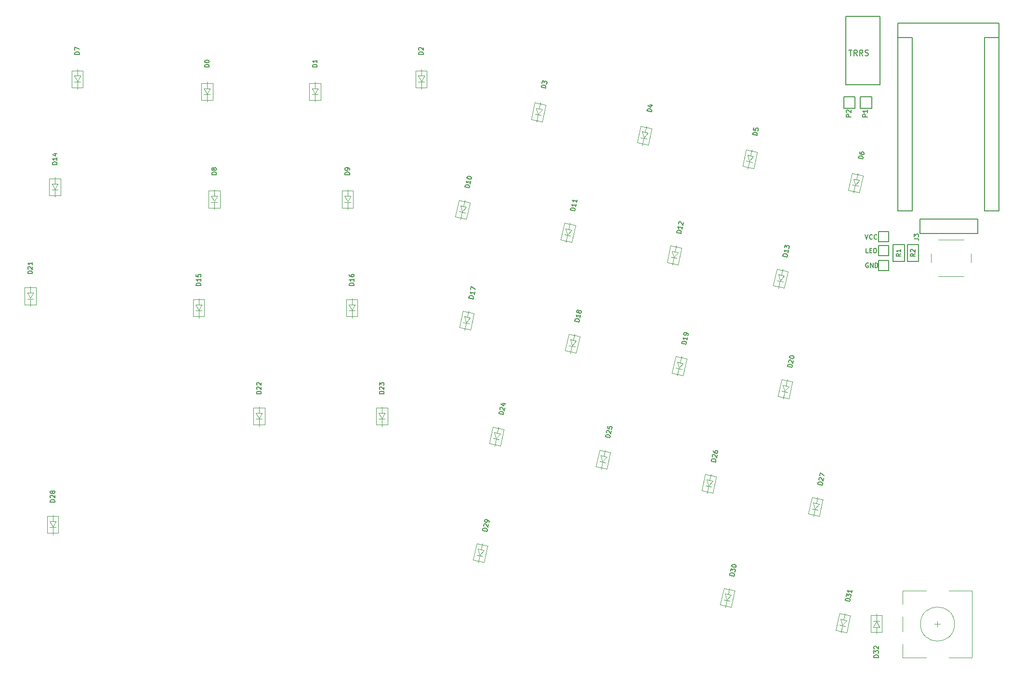
<source format=gto>
G04 #@! TF.GenerationSoftware,KiCad,Pcbnew,(5.1.6)-1*
G04 #@! TF.CreationDate,2020-10-03T18:09:44-07:00*
G04 #@! TF.ProjectId,Alipt-Keyboard-Left,416c6970-742d-44b6-9579-626f6172642d,rev?*
G04 #@! TF.SameCoordinates,Original*
G04 #@! TF.FileFunction,Legend,Top*
G04 #@! TF.FilePolarity,Positive*
%FSLAX46Y46*%
G04 Gerber Fmt 4.6, Leading zero omitted, Abs format (unit mm)*
G04 Created by KiCad (PCBNEW (5.1.6)-1) date 2020-10-03 18:09:44*
%MOMM*%
%LPD*%
G01*
G04 APERTURE LIST*
%ADD10C,0.150000*%
%ADD11C,0.120000*%
G04 APERTURE END LIST*
D10*
X223428315Y-77357745D02*
X225968315Y-77357745D01*
X210728315Y-46877745D02*
X208188315Y-46877745D01*
X208188315Y-46877745D02*
X208188315Y-77357745D01*
X208188315Y-44337745D02*
X208188315Y-77357745D01*
X225968315Y-44337745D02*
X208188315Y-44337745D01*
X208188315Y-77357745D02*
X210728315Y-77357745D01*
X225968315Y-46877745D02*
X223428315Y-46877745D01*
X225968315Y-77357745D02*
X225968315Y-44337745D01*
X223428315Y-46877745D02*
X223428315Y-77357745D01*
X210728315Y-77357745D02*
X210728315Y-46877745D01*
X225968315Y-77357745D02*
X225968315Y-46877745D01*
D11*
X203876500Y-149537000D02*
X204956500Y-149537000D01*
X203876500Y-150587000D02*
X204956500Y-150587000D01*
X204406500Y-149647000D02*
X203876500Y-150557000D01*
X204416500Y-149637000D02*
X204956500Y-150587000D01*
X203406500Y-148507000D02*
X205406500Y-148507000D01*
X204416500Y-148247000D02*
X204416500Y-149527000D01*
X204416500Y-151707000D02*
X204416500Y-150587000D01*
X203406500Y-151497000D02*
X205396500Y-151497000D01*
X205406500Y-148507000D02*
X205396500Y-151497000D01*
X203406500Y-148517000D02*
X203406500Y-151487000D01*
X198956002Y-150430117D02*
X197899602Y-150205573D01*
X199174309Y-149403062D02*
X198117909Y-149178518D01*
X198460454Y-150212328D02*
X199168071Y-149432407D01*
X198448593Y-150220030D02*
X198117909Y-149178518D01*
X199201582Y-151535328D02*
X197245287Y-151119504D01*
X198159596Y-151579655D02*
X198425723Y-150327626D01*
X198878970Y-148195265D02*
X198646109Y-149290790D01*
X199823238Y-148610666D02*
X197876724Y-148196922D01*
X197245287Y-151119504D02*
X197876724Y-148196922D01*
X199203661Y-151525546D02*
X199821159Y-148620448D01*
X178636002Y-145985117D02*
X177579602Y-145760573D01*
X178854309Y-144958062D02*
X177797909Y-144733518D01*
X178140454Y-145767328D02*
X178848071Y-144987407D01*
X178128593Y-145775030D02*
X177797909Y-144733518D01*
X178881582Y-147090328D02*
X176925287Y-146674504D01*
X177839596Y-147134655D02*
X178105723Y-145882626D01*
X178558970Y-143750265D02*
X178326109Y-144845790D01*
X179503238Y-144165666D02*
X177556724Y-143751922D01*
X176925287Y-146674504D02*
X177556724Y-143751922D01*
X178883661Y-147080546D02*
X179501159Y-144175448D01*
X135202002Y-138111117D02*
X134145602Y-137886573D01*
X135420309Y-137084062D02*
X134363909Y-136859518D01*
X134706454Y-137893328D02*
X135414071Y-137113407D01*
X134694593Y-137901030D02*
X134363909Y-136859518D01*
X135447582Y-139216328D02*
X133491287Y-138800504D01*
X134405596Y-139260655D02*
X134671723Y-138008626D01*
X135124970Y-135876265D02*
X134892109Y-136971790D01*
X136069238Y-136291666D02*
X134122724Y-135877922D01*
X133491287Y-138800504D02*
X134122724Y-135877922D01*
X135449661Y-139206546D02*
X136067159Y-136301448D01*
X60156500Y-133038000D02*
X59076500Y-133038000D01*
X60156500Y-131988000D02*
X59076500Y-131988000D01*
X59626500Y-132928000D02*
X60156500Y-132018000D01*
X59616500Y-132938000D02*
X59076500Y-131988000D01*
X60626500Y-134068000D02*
X58626500Y-134068000D01*
X59616500Y-134328000D02*
X59616500Y-133048000D01*
X59616500Y-130868000D02*
X59616500Y-131988000D01*
X60626500Y-131078000D02*
X58636500Y-131078000D01*
X58626500Y-134068000D02*
X58636500Y-131078000D01*
X60626500Y-134058000D02*
X60626500Y-131088000D01*
X194130002Y-129983117D02*
X193073602Y-129758573D01*
X194348309Y-128956062D02*
X193291909Y-128731518D01*
X193634454Y-129765328D02*
X194342071Y-128985407D01*
X193622593Y-129773030D02*
X193291909Y-128731518D01*
X194375582Y-131088328D02*
X192419287Y-130672504D01*
X193333596Y-131132655D02*
X193599723Y-129880626D01*
X194052970Y-127748265D02*
X193820109Y-128843790D01*
X194997238Y-128163666D02*
X193050724Y-127749922D01*
X192419287Y-130672504D02*
X193050724Y-127749922D01*
X194377661Y-131078546D02*
X194995159Y-128173448D01*
X175397502Y-125919117D02*
X174341102Y-125694573D01*
X175615809Y-124892062D02*
X174559409Y-124667518D01*
X174901954Y-125701328D02*
X175609571Y-124921407D01*
X174890093Y-125709030D02*
X174559409Y-124667518D01*
X175643082Y-127024328D02*
X173686787Y-126608504D01*
X174601096Y-127068655D02*
X174867223Y-125816626D01*
X175320470Y-123684265D02*
X175087609Y-124779790D01*
X176264738Y-124099666D02*
X174318224Y-123685922D01*
X173686787Y-126608504D02*
X174318224Y-123685922D01*
X175645161Y-127014546D02*
X176262659Y-124109448D01*
X156792002Y-121664617D02*
X155735602Y-121440073D01*
X157010309Y-120637562D02*
X155953909Y-120413018D01*
X156296454Y-121446828D02*
X157004071Y-120666907D01*
X156284593Y-121454530D02*
X155953909Y-120413018D01*
X157037582Y-122769828D02*
X155081287Y-122354004D01*
X155995596Y-122814155D02*
X156261723Y-121562126D01*
X156714970Y-119429765D02*
X156482109Y-120525290D01*
X157659238Y-119845166D02*
X155712724Y-119431422D01*
X155081287Y-122354004D02*
X155712724Y-119431422D01*
X157039661Y-122760046D02*
X157657159Y-119854948D01*
X138059502Y-117600617D02*
X137003102Y-117376073D01*
X138277809Y-116573562D02*
X137221409Y-116349018D01*
X137563954Y-117382828D02*
X138271571Y-116602907D01*
X137552093Y-117390530D02*
X137221409Y-116349018D01*
X138305082Y-118705828D02*
X136348787Y-118290004D01*
X137263096Y-118750155D02*
X137529223Y-117498126D01*
X137982470Y-115365765D02*
X137749609Y-116461290D01*
X138926738Y-115781166D02*
X136980224Y-115367422D01*
X136348787Y-118290004D02*
X136980224Y-115367422D01*
X138307161Y-118696046D02*
X138924659Y-115790948D01*
X118005000Y-113988000D02*
X116925000Y-113988000D01*
X118005000Y-112938000D02*
X116925000Y-112938000D01*
X117475000Y-113878000D02*
X118005000Y-112968000D01*
X117465000Y-113888000D02*
X116925000Y-112938000D01*
X118475000Y-115018000D02*
X116475000Y-115018000D01*
X117465000Y-115278000D02*
X117465000Y-113998000D01*
X117465000Y-111818000D02*
X117465000Y-112938000D01*
X118475000Y-112028000D02*
X116485000Y-112028000D01*
X116475000Y-115018000D02*
X116485000Y-112028000D01*
X118475000Y-115008000D02*
X118475000Y-112038000D01*
X96415000Y-113988000D02*
X95335000Y-113988000D01*
X96415000Y-112938000D02*
X95335000Y-112938000D01*
X95885000Y-113878000D02*
X96415000Y-112968000D01*
X95875000Y-113888000D02*
X95335000Y-112938000D01*
X96885000Y-115018000D02*
X94885000Y-115018000D01*
X95875000Y-115278000D02*
X95875000Y-113998000D01*
X95875000Y-111818000D02*
X95875000Y-112938000D01*
X96885000Y-112028000D02*
X94895000Y-112028000D01*
X94885000Y-115018000D02*
X94895000Y-112028000D01*
X96885000Y-115008000D02*
X96885000Y-112038000D01*
X56219500Y-92842500D02*
X55139500Y-92842500D01*
X56219500Y-91792500D02*
X55139500Y-91792500D01*
X55689500Y-92732500D02*
X56219500Y-91822500D01*
X55679500Y-92742500D02*
X55139500Y-91792500D01*
X56689500Y-93872500D02*
X54689500Y-93872500D01*
X55679500Y-94132500D02*
X55679500Y-92852500D01*
X55679500Y-90672500D02*
X55679500Y-91792500D01*
X56689500Y-90882500D02*
X54699500Y-90882500D01*
X54689500Y-93872500D02*
X54699500Y-90882500D01*
X56689500Y-93862500D02*
X56689500Y-90892500D01*
X188796002Y-109282117D02*
X187739602Y-109057573D01*
X189014309Y-108255062D02*
X187957909Y-108030518D01*
X188300454Y-109064328D02*
X189008071Y-108284407D01*
X188288593Y-109072030D02*
X187957909Y-108030518D01*
X189041582Y-110387328D02*
X187085287Y-109971504D01*
X187999596Y-110431655D02*
X188265723Y-109179626D01*
X188718970Y-107047265D02*
X188486109Y-108142790D01*
X189663238Y-107462666D02*
X187716724Y-107048922D01*
X187085287Y-109971504D02*
X187716724Y-107048922D01*
X189043661Y-110377546D02*
X189661159Y-107472448D01*
X170190502Y-105218117D02*
X169134102Y-104993573D01*
X170408809Y-104191062D02*
X169352409Y-103966518D01*
X169694954Y-105000328D02*
X170402571Y-104220407D01*
X169683093Y-105008030D02*
X169352409Y-103966518D01*
X170436082Y-106323328D02*
X168479787Y-105907504D01*
X169394096Y-106367655D02*
X169660223Y-105115626D01*
X170113470Y-102983265D02*
X169880609Y-104078790D01*
X171057738Y-103398666D02*
X169111224Y-102984922D01*
X168479787Y-105907504D02*
X169111224Y-102984922D01*
X170438161Y-106313546D02*
X171055659Y-103408448D01*
X151394502Y-101281117D02*
X150338102Y-101056573D01*
X151612809Y-100254062D02*
X150556409Y-100029518D01*
X150898954Y-101063328D02*
X151606571Y-100283407D01*
X150887093Y-101071030D02*
X150556409Y-100029518D01*
X151640082Y-102386328D02*
X149683787Y-101970504D01*
X150598096Y-102430655D02*
X150864223Y-101178626D01*
X151317470Y-99046265D02*
X151084609Y-100141790D01*
X152261738Y-99461666D02*
X150315224Y-99047922D01*
X149683787Y-101970504D02*
X150315224Y-99047922D01*
X151642161Y-102376546D02*
X152259659Y-99471448D01*
X132789002Y-97217117D02*
X131732602Y-96992573D01*
X133007309Y-96190062D02*
X131950909Y-95965518D01*
X132293454Y-96999328D02*
X133001071Y-96219407D01*
X132281593Y-97007030D02*
X131950909Y-95965518D01*
X133034582Y-98322328D02*
X131078287Y-97906504D01*
X131992596Y-98366655D02*
X132258723Y-97114626D01*
X132711970Y-94982265D02*
X132479109Y-96077790D01*
X133656238Y-95397666D02*
X131709724Y-94983922D01*
X131078287Y-97906504D02*
X131709724Y-94983922D01*
X133036661Y-98312546D02*
X133654159Y-95407448D01*
X112734500Y-94938000D02*
X111654500Y-94938000D01*
X112734500Y-93888000D02*
X111654500Y-93888000D01*
X112204500Y-94828000D02*
X112734500Y-93918000D01*
X112194500Y-94838000D02*
X111654500Y-93888000D01*
X113204500Y-95968000D02*
X111204500Y-95968000D01*
X112194500Y-96228000D02*
X112194500Y-94948000D01*
X112194500Y-92768000D02*
X112194500Y-93888000D01*
X113204500Y-92978000D02*
X111214500Y-92978000D01*
X111204500Y-95968000D02*
X111214500Y-92978000D01*
X113204500Y-95958000D02*
X113204500Y-92988000D01*
X85810500Y-94938000D02*
X84730500Y-94938000D01*
X85810500Y-93888000D02*
X84730500Y-93888000D01*
X85280500Y-94828000D02*
X85810500Y-93918000D01*
X85270500Y-94838000D02*
X84730500Y-93888000D01*
X86280500Y-95968000D02*
X84280500Y-95968000D01*
X85270500Y-96228000D02*
X85270500Y-94948000D01*
X85270500Y-92768000D02*
X85270500Y-93888000D01*
X86280500Y-92978000D02*
X84290500Y-92978000D01*
X84280500Y-95968000D02*
X84290500Y-92978000D01*
X86280500Y-95958000D02*
X86280500Y-92988000D01*
X60537500Y-73665500D02*
X59457500Y-73665500D01*
X60537500Y-72615500D02*
X59457500Y-72615500D01*
X60007500Y-73555500D02*
X60537500Y-72645500D01*
X59997500Y-73565500D02*
X59457500Y-72615500D01*
X61007500Y-74695500D02*
X59007500Y-74695500D01*
X59997500Y-74955500D02*
X59997500Y-73675500D01*
X59997500Y-71495500D02*
X59997500Y-72615500D01*
X61007500Y-71705500D02*
X59017500Y-71705500D01*
X59007500Y-74695500D02*
X59017500Y-71705500D01*
X61007500Y-74685500D02*
X61007500Y-71715500D01*
X187970502Y-89851117D02*
X186914102Y-89626573D01*
X188188809Y-88824062D02*
X187132409Y-88599518D01*
X187474954Y-89633328D02*
X188182571Y-88853407D01*
X187463093Y-89641030D02*
X187132409Y-88599518D01*
X188216082Y-90956328D02*
X186259787Y-90540504D01*
X187174096Y-91000655D02*
X187440223Y-89748626D01*
X187893470Y-87616265D02*
X187660609Y-88711790D01*
X188837738Y-88031666D02*
X186891224Y-87617922D01*
X186259787Y-90540504D02*
X186891224Y-87617922D01*
X188218161Y-90946546D02*
X188835659Y-88041448D01*
X169301502Y-85723617D02*
X168245102Y-85499073D01*
X169519809Y-84696562D02*
X168463409Y-84472018D01*
X168805954Y-85505828D02*
X169513571Y-84725907D01*
X168794093Y-85513530D02*
X168463409Y-84472018D01*
X169547082Y-86828828D02*
X167590787Y-86413004D01*
X168505096Y-86873155D02*
X168771223Y-85621126D01*
X169224470Y-83488765D02*
X168991609Y-84584290D01*
X170168738Y-83904166D02*
X168222224Y-83490422D01*
X167590787Y-86413004D02*
X168222224Y-83490422D01*
X169549161Y-86819046D02*
X170166659Y-83913948D01*
X150622454Y-81758864D02*
X149566054Y-81534320D01*
X150840761Y-80731809D02*
X149784361Y-80507265D01*
X150126906Y-81541075D02*
X150834523Y-80761154D01*
X150115045Y-81548777D02*
X149784361Y-80507265D01*
X150868034Y-82864075D02*
X148911739Y-82448251D01*
X149826048Y-82908402D02*
X150092175Y-81656373D01*
X150545422Y-79524012D02*
X150312561Y-80619537D01*
X151489690Y-79939413D02*
X149543176Y-79525669D01*
X148911739Y-82448251D02*
X149543176Y-79525669D01*
X150870113Y-82854293D02*
X151487611Y-79949195D01*
X132090502Y-77722617D02*
X131034102Y-77498073D01*
X132308809Y-76695562D02*
X131252409Y-76471018D01*
X131594954Y-77504828D02*
X132302571Y-76724907D01*
X131583093Y-77512530D02*
X131252409Y-76471018D01*
X132336082Y-78827828D02*
X130379787Y-78412004D01*
X131294096Y-78872155D02*
X131560223Y-77620126D01*
X132013470Y-75487765D02*
X131780609Y-76583290D01*
X132957738Y-75903166D02*
X131011224Y-75489422D01*
X130379787Y-78412004D02*
X131011224Y-75489422D01*
X132338161Y-78818046D02*
X132955659Y-75912948D01*
X112442500Y-76844500D02*
X112442500Y-73874500D01*
X110442500Y-76854500D02*
X110452500Y-73864500D01*
X112442500Y-73864500D02*
X110452500Y-73864500D01*
X111432500Y-73654500D02*
X111432500Y-74774500D01*
X111432500Y-77114500D02*
X111432500Y-75834500D01*
X112442500Y-76854500D02*
X110442500Y-76854500D01*
X111432500Y-75724500D02*
X110892500Y-74774500D01*
X111442500Y-75714500D02*
X111972500Y-74804500D01*
X111972500Y-74774500D02*
X110892500Y-74774500D01*
X111972500Y-75824500D02*
X110892500Y-75824500D01*
X88541000Y-75824500D02*
X87461000Y-75824500D01*
X88541000Y-74774500D02*
X87461000Y-74774500D01*
X88011000Y-75714500D02*
X88541000Y-74804500D01*
X88001000Y-75724500D02*
X87461000Y-74774500D01*
X89011000Y-76854500D02*
X87011000Y-76854500D01*
X88001000Y-77114500D02*
X88001000Y-75834500D01*
X88001000Y-73654500D02*
X88001000Y-74774500D01*
X89011000Y-73864500D02*
X87021000Y-73864500D01*
X87011000Y-76854500D02*
X87021000Y-73864500D01*
X89011000Y-76844500D02*
X89011000Y-73874500D01*
X64474500Y-54679000D02*
X63394500Y-54679000D01*
X64474500Y-53629000D02*
X63394500Y-53629000D01*
X63944500Y-54569000D02*
X64474500Y-53659000D01*
X63934500Y-54579000D02*
X63394500Y-53629000D01*
X64944500Y-55709000D02*
X62944500Y-55709000D01*
X63934500Y-55969000D02*
X63934500Y-54689000D01*
X63934500Y-52509000D02*
X63934500Y-53629000D01*
X64944500Y-52719000D02*
X62954500Y-52719000D01*
X62944500Y-55709000D02*
X62954500Y-52719000D01*
X64944500Y-55699000D02*
X64944500Y-52729000D01*
X201178502Y-73023617D02*
X200122102Y-72799073D01*
X201396809Y-71996562D02*
X200340409Y-71772018D01*
X200682954Y-72805828D02*
X201390571Y-72025907D01*
X200671093Y-72813530D02*
X200340409Y-71772018D01*
X201424082Y-74128828D02*
X199467787Y-73713004D01*
X200382096Y-74173155D02*
X200648223Y-72921126D01*
X201101470Y-70788765D02*
X200868609Y-71884290D01*
X202045738Y-71204166D02*
X200099224Y-70790422D01*
X199467787Y-73713004D02*
X200099224Y-70790422D01*
X201426161Y-74119046D02*
X202043659Y-71213948D01*
X182573002Y-68832617D02*
X181516602Y-68608073D01*
X182791309Y-67805562D02*
X181734909Y-67581018D01*
X182077454Y-68614828D02*
X182785071Y-67834907D01*
X182065593Y-68622530D02*
X181734909Y-67581018D01*
X182818582Y-69937828D02*
X180862287Y-69522004D01*
X181776596Y-69982155D02*
X182042723Y-68730126D01*
X182495970Y-66597765D02*
X182263109Y-67693290D01*
X183440238Y-67013166D02*
X181493724Y-66599422D01*
X180862287Y-69522004D02*
X181493724Y-66599422D01*
X182820661Y-69928046D02*
X183438159Y-67022948D01*
X164031002Y-64705117D02*
X162974602Y-64480573D01*
X164249309Y-63678062D02*
X163192909Y-63453518D01*
X163535454Y-64487328D02*
X164243071Y-63707407D01*
X163523593Y-64495030D02*
X163192909Y-63453518D01*
X164276582Y-65810328D02*
X162320287Y-65394504D01*
X163234596Y-65854655D02*
X163500723Y-64602626D01*
X163953970Y-62470265D02*
X163721109Y-63565790D01*
X164898238Y-62885666D02*
X162951724Y-62471922D01*
X162320287Y-65394504D02*
X162951724Y-62471922D01*
X164278661Y-65800546D02*
X164896159Y-62895448D01*
X145425502Y-60577617D02*
X144369102Y-60353073D01*
X145643809Y-59550562D02*
X144587409Y-59326018D01*
X144929954Y-60359828D02*
X145637571Y-59579907D01*
X144918093Y-60367530D02*
X144587409Y-59326018D01*
X145671082Y-61682828D02*
X143714787Y-61267004D01*
X144629096Y-61727155D02*
X144895223Y-60475126D01*
X145348470Y-58342765D02*
X145115609Y-59438290D01*
X146292738Y-58758166D02*
X144346224Y-58344422D01*
X143714787Y-61267004D02*
X144346224Y-58344422D01*
X145673161Y-61673046D02*
X146290659Y-58767948D01*
X124926500Y-54679000D02*
X123846500Y-54679000D01*
X124926500Y-53629000D02*
X123846500Y-53629000D01*
X124396500Y-54569000D02*
X124926500Y-53659000D01*
X124386500Y-54579000D02*
X123846500Y-53629000D01*
X125396500Y-55709000D02*
X123396500Y-55709000D01*
X124386500Y-55969000D02*
X124386500Y-54689000D01*
X124386500Y-52509000D02*
X124386500Y-53629000D01*
X125396500Y-52719000D02*
X123406500Y-52719000D01*
X123396500Y-55709000D02*
X123406500Y-52719000D01*
X125396500Y-55699000D02*
X125396500Y-52729000D01*
X106257500Y-56901500D02*
X105177500Y-56901500D01*
X106257500Y-55851500D02*
X105177500Y-55851500D01*
X105727500Y-56791500D02*
X106257500Y-55881500D01*
X105717500Y-56801500D02*
X105177500Y-55851500D01*
X106727500Y-57931500D02*
X104727500Y-57931500D01*
X105717500Y-58191500D02*
X105717500Y-56911500D01*
X105717500Y-54731500D02*
X105717500Y-55851500D01*
X106727500Y-54941500D02*
X104737500Y-54941500D01*
X104727500Y-57931500D02*
X104737500Y-54941500D01*
X106727500Y-57921500D02*
X106727500Y-54951500D01*
X87271000Y-56901500D02*
X86191000Y-56901500D01*
X87271000Y-55851500D02*
X86191000Y-55851500D01*
X86741000Y-56791500D02*
X87271000Y-55881500D01*
X86731000Y-56801500D02*
X86191000Y-55851500D01*
X87741000Y-57931500D02*
X85741000Y-57931500D01*
X86731000Y-58191500D02*
X86731000Y-56911500D01*
X86731000Y-54731500D02*
X86731000Y-55851500D01*
X87741000Y-54941500D02*
X85751000Y-54941500D01*
X85741000Y-57931500D02*
X85751000Y-54941500D01*
X87741000Y-57921500D02*
X87741000Y-54951500D01*
D10*
X204776500Y-86091500D02*
X206576500Y-86091500D01*
X204776500Y-80991500D02*
X206576500Y-80991500D01*
X206576500Y-80991500D02*
X206576500Y-82791500D01*
X206576500Y-82791500D02*
X204776500Y-82791500D01*
X204776500Y-82791500D02*
X204776500Y-80991500D01*
X204776500Y-83491500D02*
X206576500Y-83491500D01*
X206576500Y-85291500D02*
X204776500Y-85291500D01*
X206576500Y-83491500D02*
X206576500Y-85291500D01*
X204776500Y-83491500D02*
X204776500Y-85291500D01*
X206576500Y-86091500D02*
X206576500Y-87891500D01*
X206576500Y-87891500D02*
X204776500Y-87891500D01*
X204776500Y-86091500D02*
X204776500Y-87891500D01*
X199057000Y-55180000D02*
X199057000Y-43180000D01*
X205057000Y-55180000D02*
X199057000Y-55180000D01*
X205057000Y-43180000D02*
X205057000Y-55180000D01*
X199057000Y-43180000D02*
X205057000Y-43180000D01*
X212090000Y-81343500D02*
X222250000Y-81343500D01*
X212090000Y-78803500D02*
X222250000Y-78803500D01*
X222250000Y-78803500D02*
X222250000Y-81343500D01*
X212090000Y-81343500D02*
X212090000Y-78803500D01*
X203565008Y-59356500D02*
X203565008Y-57356500D01*
X201565008Y-59356500D02*
X203565008Y-59356500D01*
X201565008Y-57356500D02*
X201565008Y-59356500D01*
X203565008Y-57356500D02*
X201565008Y-57356500D01*
X200644000Y-57356502D02*
X198644000Y-57356502D01*
X198644000Y-57356502D02*
X198644000Y-59356502D01*
X198644000Y-59356502D02*
X200644000Y-59356502D01*
X200644000Y-59356502D02*
X200644000Y-57356502D01*
X207327457Y-83271319D02*
X207327457Y-86273599D01*
X209328977Y-83271319D02*
X207327457Y-83271319D01*
X209328977Y-86273599D02*
X209328977Y-83271319D01*
X207327457Y-86273599D02*
X209328977Y-86273599D01*
X209826191Y-86273603D02*
X211827711Y-86273603D01*
X211827711Y-86273603D02*
X211827711Y-83271323D01*
X211827711Y-83271323D02*
X209826191Y-83271323D01*
X209826191Y-83271323D02*
X209826191Y-86273603D01*
D11*
X218138000Y-150050500D02*
G75*
G03*
X218138000Y-150050500I-3000000J0D01*
G01*
X213138000Y-155950500D02*
X209038000Y-155950500D01*
X209038000Y-144150500D02*
X213138000Y-144150500D01*
X217138000Y-144150500D02*
X221238000Y-144150500D01*
X217138000Y-155950500D02*
X221238000Y-155950500D01*
X221238000Y-155950500D02*
X221238000Y-144150500D01*
X209038000Y-155950500D02*
X209038000Y-153550500D01*
X209038000Y-151350500D02*
X209038000Y-148750500D01*
X209038000Y-146550500D02*
X209038000Y-144150500D01*
X215138000Y-150550500D02*
X215138000Y-149550500D01*
X215638000Y-150050500D02*
X214638000Y-150050500D01*
X220999000Y-86439000D02*
X220999000Y-84939000D01*
X219749000Y-82439000D02*
X215249000Y-82439000D01*
X213999000Y-84939000D02*
X213999000Y-86439000D01*
X215249000Y-88939000D02*
X219749000Y-88939000D01*
D10*
X204768404Y-155918428D02*
X203968404Y-155918428D01*
X203968404Y-155727952D01*
X204006500Y-155613666D01*
X204082690Y-155537476D01*
X204158880Y-155499380D01*
X204311261Y-155461285D01*
X204425547Y-155461285D01*
X204577928Y-155499380D01*
X204654119Y-155537476D01*
X204730309Y-155613666D01*
X204768404Y-155727952D01*
X204768404Y-155918428D01*
X203968404Y-155194619D02*
X203968404Y-154699380D01*
X204273166Y-154966047D01*
X204273166Y-154851761D01*
X204311261Y-154775571D01*
X204349357Y-154737476D01*
X204425547Y-154699380D01*
X204616023Y-154699380D01*
X204692214Y-154737476D01*
X204730309Y-154775571D01*
X204768404Y-154851761D01*
X204768404Y-155080333D01*
X204730309Y-155156523D01*
X204692214Y-155194619D01*
X204044595Y-154394619D02*
X204006500Y-154356523D01*
X203968404Y-154280333D01*
X203968404Y-154089857D01*
X204006500Y-154013666D01*
X204044595Y-153975571D01*
X204120785Y-153937476D01*
X204196976Y-153937476D01*
X204311261Y-153975571D01*
X204768404Y-154432714D01*
X204768404Y-153937476D01*
X199714410Y-146053590D02*
X198931892Y-145887261D01*
X198971495Y-145700947D01*
X199032519Y-145597079D01*
X199122885Y-145538395D01*
X199205331Y-145516973D01*
X199362303Y-145511392D01*
X199474091Y-145535153D01*
X199615221Y-145604098D01*
X199681827Y-145657201D01*
X199740511Y-145747568D01*
X199754013Y-145867276D01*
X199714410Y-146053590D01*
X199082381Y-145179268D02*
X199185347Y-144694852D01*
X199428006Y-145019055D01*
X199451767Y-144907267D01*
X199504871Y-144840662D01*
X199550054Y-144811320D01*
X199632500Y-144789898D01*
X199818814Y-144829500D01*
X199885419Y-144882604D01*
X199914761Y-144927787D01*
X199936183Y-145010233D01*
X199888660Y-145233809D01*
X199835557Y-145300414D01*
X199790373Y-145329757D01*
X200126274Y-144115926D02*
X200031228Y-144563080D01*
X200078751Y-144339503D02*
X199296233Y-144173174D01*
X199392180Y-144271461D01*
X199450865Y-144361827D01*
X199472287Y-144444273D01*
X179394410Y-141608590D02*
X178611892Y-141442261D01*
X178651495Y-141255947D01*
X178712519Y-141152079D01*
X178802885Y-141093395D01*
X178885331Y-141071973D01*
X179042303Y-141066392D01*
X179154091Y-141090153D01*
X179295221Y-141159098D01*
X179361827Y-141212201D01*
X179420511Y-141302568D01*
X179434013Y-141422276D01*
X179394410Y-141608590D01*
X178762381Y-140734268D02*
X178865347Y-140249852D01*
X179108006Y-140574055D01*
X179131767Y-140462267D01*
X179184871Y-140395662D01*
X179230054Y-140366320D01*
X179312500Y-140344898D01*
X179498814Y-140384500D01*
X179565419Y-140437604D01*
X179594761Y-140482787D01*
X179616183Y-140565233D01*
X179568660Y-140788809D01*
X179515557Y-140855414D01*
X179470373Y-140884757D01*
X178968312Y-139765436D02*
X178984153Y-139690911D01*
X179037257Y-139624306D01*
X179082440Y-139594964D01*
X179164886Y-139573542D01*
X179321858Y-139567961D01*
X179508171Y-139607563D01*
X179649302Y-139676507D01*
X179715907Y-139729611D01*
X179745249Y-139774794D01*
X179766671Y-139857240D01*
X179750830Y-139931766D01*
X179697727Y-139998371D01*
X179652544Y-140027713D01*
X179570098Y-140049135D01*
X179413126Y-140054716D01*
X179226812Y-140015114D01*
X179085682Y-139946169D01*
X179019077Y-139893066D01*
X178989734Y-139847882D01*
X178968312Y-139765436D01*
X135960410Y-133734590D02*
X135177892Y-133568261D01*
X135217495Y-133381947D01*
X135278519Y-133278079D01*
X135368885Y-133219395D01*
X135451331Y-133197973D01*
X135608303Y-133192392D01*
X135720091Y-133216153D01*
X135861221Y-133285098D01*
X135927827Y-133338201D01*
X135986511Y-133428568D01*
X136000013Y-133548276D01*
X135960410Y-133734590D01*
X135410827Y-132838846D02*
X135381484Y-132793663D01*
X135360063Y-132711217D01*
X135399665Y-132524903D01*
X135452768Y-132458298D01*
X135497952Y-132428956D01*
X135580398Y-132407534D01*
X135654923Y-132423375D01*
X135758791Y-132484399D01*
X136110899Y-133026598D01*
X136213865Y-132542182D01*
X136293069Y-132169554D02*
X136324751Y-132020503D01*
X136303329Y-131938057D01*
X136273987Y-131892874D01*
X136178039Y-131794587D01*
X136036909Y-131725642D01*
X135738807Y-131662279D01*
X135656361Y-131683701D01*
X135611177Y-131713043D01*
X135558074Y-131779648D01*
X135526392Y-131928699D01*
X135547814Y-132011145D01*
X135577156Y-132056328D01*
X135643761Y-132109432D01*
X135830075Y-132149034D01*
X135912521Y-132127612D01*
X135957704Y-132098270D01*
X136010808Y-132031665D01*
X136042490Y-131882614D01*
X136021068Y-131800168D01*
X135991725Y-131754985D01*
X135925120Y-131701881D01*
X59988404Y-128599428D02*
X59188404Y-128599428D01*
X59188404Y-128408952D01*
X59226500Y-128294666D01*
X59302690Y-128218476D01*
X59378880Y-128180380D01*
X59531261Y-128142285D01*
X59645547Y-128142285D01*
X59797928Y-128180380D01*
X59874119Y-128218476D01*
X59950309Y-128294666D01*
X59988404Y-128408952D01*
X59988404Y-128599428D01*
X59264595Y-127837523D02*
X59226500Y-127799428D01*
X59188404Y-127723238D01*
X59188404Y-127532761D01*
X59226500Y-127456571D01*
X59264595Y-127418476D01*
X59340785Y-127380380D01*
X59416976Y-127380380D01*
X59531261Y-127418476D01*
X59988404Y-127875619D01*
X59988404Y-127380380D01*
X59531261Y-126923238D02*
X59493166Y-126999428D01*
X59455071Y-127037523D01*
X59378880Y-127075619D01*
X59340785Y-127075619D01*
X59264595Y-127037523D01*
X59226500Y-126999428D01*
X59188404Y-126923238D01*
X59188404Y-126770857D01*
X59226500Y-126694666D01*
X59264595Y-126656571D01*
X59340785Y-126618476D01*
X59378880Y-126618476D01*
X59455071Y-126656571D01*
X59493166Y-126694666D01*
X59531261Y-126770857D01*
X59531261Y-126923238D01*
X59569357Y-126999428D01*
X59607452Y-127037523D01*
X59683642Y-127075619D01*
X59836023Y-127075619D01*
X59912214Y-127037523D01*
X59950309Y-126999428D01*
X59988404Y-126923238D01*
X59988404Y-126770857D01*
X59950309Y-126694666D01*
X59912214Y-126656571D01*
X59836023Y-126618476D01*
X59683642Y-126618476D01*
X59607452Y-126656571D01*
X59569357Y-126694666D01*
X59531261Y-126770857D01*
X194888410Y-125606590D02*
X194105892Y-125440261D01*
X194145495Y-125253947D01*
X194206519Y-125150079D01*
X194296885Y-125091395D01*
X194379331Y-125069973D01*
X194536303Y-125064392D01*
X194648091Y-125088153D01*
X194789221Y-125157098D01*
X194855827Y-125210201D01*
X194914511Y-125300568D01*
X194928013Y-125420276D01*
X194888410Y-125606590D01*
X194338827Y-124710846D02*
X194309484Y-124665663D01*
X194288063Y-124583217D01*
X194327665Y-124396903D01*
X194380768Y-124330298D01*
X194425952Y-124300956D01*
X194508398Y-124279534D01*
X194582923Y-124295375D01*
X194686791Y-124356399D01*
X195038899Y-124898598D01*
X195141865Y-124414182D01*
X194414790Y-123987013D02*
X194525676Y-123465334D01*
X195236910Y-123967029D01*
X176155910Y-121542590D02*
X175373392Y-121376261D01*
X175412995Y-121189947D01*
X175474019Y-121086079D01*
X175564385Y-121027395D01*
X175646831Y-121005973D01*
X175803803Y-121000392D01*
X175915591Y-121024153D01*
X176056721Y-121093098D01*
X176123327Y-121146201D01*
X176182011Y-121236568D01*
X176195513Y-121356276D01*
X176155910Y-121542590D01*
X175606327Y-120646846D02*
X175576984Y-120601663D01*
X175555563Y-120519217D01*
X175595165Y-120332903D01*
X175648268Y-120266298D01*
X175693452Y-120236956D01*
X175775898Y-120215534D01*
X175850423Y-120231375D01*
X175954291Y-120292399D01*
X176306399Y-120834598D01*
X176409365Y-120350182D01*
X175769415Y-119513123D02*
X175737733Y-119662174D01*
X175759155Y-119744620D01*
X175788497Y-119789803D01*
X175884444Y-119888090D01*
X176025575Y-119957034D01*
X176323677Y-120020398D01*
X176406123Y-119998976D01*
X176451306Y-119969634D01*
X176504410Y-119903029D01*
X176536092Y-119753978D01*
X176514670Y-119671532D01*
X176485328Y-119626348D01*
X176418723Y-119573245D01*
X176232409Y-119533642D01*
X176149963Y-119555064D01*
X176104779Y-119584407D01*
X176051676Y-119651012D01*
X176019994Y-119800063D01*
X176041416Y-119882509D01*
X176070758Y-119927692D01*
X176137363Y-119980796D01*
X157550410Y-117288090D02*
X156767892Y-117121761D01*
X156807495Y-116935447D01*
X156868519Y-116831579D01*
X156958885Y-116772895D01*
X157041331Y-116751473D01*
X157198303Y-116745892D01*
X157310091Y-116769653D01*
X157451221Y-116838598D01*
X157517827Y-116891701D01*
X157576511Y-116982068D01*
X157590013Y-117101776D01*
X157550410Y-117288090D01*
X157000827Y-116392346D02*
X156971484Y-116347163D01*
X156950063Y-116264717D01*
X156989665Y-116078403D01*
X157042768Y-116011798D01*
X157087952Y-115982456D01*
X157170398Y-115961034D01*
X157244923Y-115976875D01*
X157348791Y-116037899D01*
X157700899Y-116580098D01*
X157803865Y-116095682D01*
X157171835Y-115221360D02*
X157092631Y-115593988D01*
X157457338Y-115710455D01*
X157427995Y-115665272D01*
X157406574Y-115582826D01*
X157446176Y-115396512D01*
X157499279Y-115329907D01*
X157544463Y-115300564D01*
X157626909Y-115279142D01*
X157813223Y-115318745D01*
X157879828Y-115371848D01*
X157909170Y-115417032D01*
X157930592Y-115499478D01*
X157890990Y-115685791D01*
X157837886Y-115752396D01*
X157792703Y-115781739D01*
X138817910Y-113224090D02*
X138035392Y-113057761D01*
X138074995Y-112871447D01*
X138136019Y-112767579D01*
X138226385Y-112708895D01*
X138308831Y-112687473D01*
X138465803Y-112681892D01*
X138577591Y-112705653D01*
X138718721Y-112774598D01*
X138785327Y-112827701D01*
X138844011Y-112918068D01*
X138857513Y-113037776D01*
X138817910Y-113224090D01*
X138268327Y-112328346D02*
X138238984Y-112283163D01*
X138217563Y-112200717D01*
X138257165Y-112014403D01*
X138310268Y-111947798D01*
X138355452Y-111918456D01*
X138437898Y-111897034D01*
X138512423Y-111912875D01*
X138616291Y-111973899D01*
X138968399Y-112516098D01*
X139071365Y-112031682D01*
X138692254Y-111250066D02*
X139213933Y-111360952D01*
X138354550Y-111373016D02*
X138873889Y-111678137D01*
X138976855Y-111193721D01*
X117836904Y-109549428D02*
X117036904Y-109549428D01*
X117036904Y-109358952D01*
X117075000Y-109244666D01*
X117151190Y-109168476D01*
X117227380Y-109130380D01*
X117379761Y-109092285D01*
X117494047Y-109092285D01*
X117646428Y-109130380D01*
X117722619Y-109168476D01*
X117798809Y-109244666D01*
X117836904Y-109358952D01*
X117836904Y-109549428D01*
X117113095Y-108787523D02*
X117075000Y-108749428D01*
X117036904Y-108673238D01*
X117036904Y-108482761D01*
X117075000Y-108406571D01*
X117113095Y-108368476D01*
X117189285Y-108330380D01*
X117265476Y-108330380D01*
X117379761Y-108368476D01*
X117836904Y-108825619D01*
X117836904Y-108330380D01*
X117036904Y-108063714D02*
X117036904Y-107568476D01*
X117341666Y-107835142D01*
X117341666Y-107720857D01*
X117379761Y-107644666D01*
X117417857Y-107606571D01*
X117494047Y-107568476D01*
X117684523Y-107568476D01*
X117760714Y-107606571D01*
X117798809Y-107644666D01*
X117836904Y-107720857D01*
X117836904Y-107949428D01*
X117798809Y-108025619D01*
X117760714Y-108063714D01*
X96246904Y-109549428D02*
X95446904Y-109549428D01*
X95446904Y-109358952D01*
X95485000Y-109244666D01*
X95561190Y-109168476D01*
X95637380Y-109130380D01*
X95789761Y-109092285D01*
X95904047Y-109092285D01*
X96056428Y-109130380D01*
X96132619Y-109168476D01*
X96208809Y-109244666D01*
X96246904Y-109358952D01*
X96246904Y-109549428D01*
X95523095Y-108787523D02*
X95485000Y-108749428D01*
X95446904Y-108673238D01*
X95446904Y-108482761D01*
X95485000Y-108406571D01*
X95523095Y-108368476D01*
X95599285Y-108330380D01*
X95675476Y-108330380D01*
X95789761Y-108368476D01*
X96246904Y-108825619D01*
X96246904Y-108330380D01*
X95523095Y-108025619D02*
X95485000Y-107987523D01*
X95446904Y-107911333D01*
X95446904Y-107720857D01*
X95485000Y-107644666D01*
X95523095Y-107606571D01*
X95599285Y-107568476D01*
X95675476Y-107568476D01*
X95789761Y-107606571D01*
X96246904Y-108063714D01*
X96246904Y-107568476D01*
X56051404Y-88403928D02*
X55251404Y-88403928D01*
X55251404Y-88213452D01*
X55289500Y-88099166D01*
X55365690Y-88022976D01*
X55441880Y-87984880D01*
X55594261Y-87946785D01*
X55708547Y-87946785D01*
X55860928Y-87984880D01*
X55937119Y-88022976D01*
X56013309Y-88099166D01*
X56051404Y-88213452D01*
X56051404Y-88403928D01*
X55327595Y-87642023D02*
X55289500Y-87603928D01*
X55251404Y-87527738D01*
X55251404Y-87337261D01*
X55289500Y-87261071D01*
X55327595Y-87222976D01*
X55403785Y-87184880D01*
X55479976Y-87184880D01*
X55594261Y-87222976D01*
X56051404Y-87680119D01*
X56051404Y-87184880D01*
X56051404Y-86422976D02*
X56051404Y-86880119D01*
X56051404Y-86651547D02*
X55251404Y-86651547D01*
X55365690Y-86727738D01*
X55441880Y-86803928D01*
X55479976Y-86880119D01*
X189554410Y-104905590D02*
X188771892Y-104739261D01*
X188811495Y-104552947D01*
X188872519Y-104449079D01*
X188962885Y-104390395D01*
X189045331Y-104368973D01*
X189202303Y-104363392D01*
X189314091Y-104387153D01*
X189455221Y-104456098D01*
X189521827Y-104509201D01*
X189580511Y-104599568D01*
X189594013Y-104719276D01*
X189554410Y-104905590D01*
X189004827Y-104009846D02*
X188975484Y-103964663D01*
X188954063Y-103882217D01*
X188993665Y-103695903D01*
X189046768Y-103629298D01*
X189091952Y-103599956D01*
X189174398Y-103578534D01*
X189248923Y-103594375D01*
X189352791Y-103655399D01*
X189704899Y-104197598D01*
X189807865Y-103713182D01*
X189128312Y-103062436D02*
X189144153Y-102987911D01*
X189197257Y-102921306D01*
X189242440Y-102891964D01*
X189324886Y-102870542D01*
X189481858Y-102864961D01*
X189668171Y-102904563D01*
X189809302Y-102973507D01*
X189875907Y-103026611D01*
X189905249Y-103071794D01*
X189926671Y-103154240D01*
X189910830Y-103228766D01*
X189857727Y-103295371D01*
X189812544Y-103324713D01*
X189730098Y-103346135D01*
X189573126Y-103351716D01*
X189386812Y-103312114D01*
X189245682Y-103243169D01*
X189179077Y-103190066D01*
X189149734Y-103144882D01*
X189128312Y-103062436D01*
X170948910Y-100841590D02*
X170166392Y-100675261D01*
X170205995Y-100488947D01*
X170267019Y-100385079D01*
X170357385Y-100326395D01*
X170439831Y-100304973D01*
X170596803Y-100299392D01*
X170708591Y-100323153D01*
X170849721Y-100392098D01*
X170916327Y-100445201D01*
X170975011Y-100535568D01*
X170988513Y-100655276D01*
X170948910Y-100841590D01*
X171202365Y-99649182D02*
X171107319Y-100096335D01*
X171154842Y-99872758D02*
X170372324Y-99706429D01*
X170468271Y-99804716D01*
X170526956Y-99895082D01*
X170548378Y-99977528D01*
X171281569Y-99276554D02*
X171313251Y-99127503D01*
X171291829Y-99045057D01*
X171262487Y-98999874D01*
X171166539Y-98901587D01*
X171025409Y-98832642D01*
X170727307Y-98769279D01*
X170644861Y-98790701D01*
X170599677Y-98820043D01*
X170546574Y-98886648D01*
X170514892Y-99035699D01*
X170536314Y-99118145D01*
X170565656Y-99163328D01*
X170632261Y-99216432D01*
X170818575Y-99256034D01*
X170901021Y-99234612D01*
X170946204Y-99205270D01*
X170999308Y-99138665D01*
X171030990Y-98989614D01*
X171009568Y-98907168D01*
X170980225Y-98861985D01*
X170913620Y-98808881D01*
X152152910Y-96904590D02*
X151370392Y-96738261D01*
X151409995Y-96551947D01*
X151471019Y-96448079D01*
X151561385Y-96389395D01*
X151643831Y-96367973D01*
X151800803Y-96362392D01*
X151912591Y-96386153D01*
X152053721Y-96455098D01*
X152120327Y-96508201D01*
X152179011Y-96598568D01*
X152192513Y-96718276D01*
X152152910Y-96904590D01*
X152406365Y-95712182D02*
X152311319Y-96159335D01*
X152358842Y-95935758D02*
X151576324Y-95769429D01*
X151672271Y-95867716D01*
X151730956Y-95958082D01*
X151752378Y-96040528D01*
X152054257Y-95169983D02*
X152001153Y-95236588D01*
X151955970Y-95265931D01*
X151873524Y-95287353D01*
X151836261Y-95279432D01*
X151769656Y-95226328D01*
X151740314Y-95181145D01*
X151718892Y-95098699D01*
X151750574Y-94949648D01*
X151803677Y-94883043D01*
X151848861Y-94853701D01*
X151931307Y-94832279D01*
X151968569Y-94840199D01*
X152035174Y-94893303D01*
X152064517Y-94938486D01*
X152085939Y-95020932D01*
X152054257Y-95169983D01*
X152075679Y-95252429D01*
X152105021Y-95297612D01*
X152171626Y-95350716D01*
X152320677Y-95382398D01*
X152403123Y-95360976D01*
X152448306Y-95331634D01*
X152501410Y-95265029D01*
X152533092Y-95115978D01*
X152511670Y-95033532D01*
X152482328Y-94988348D01*
X152415723Y-94935245D01*
X152266671Y-94903563D01*
X152184225Y-94924985D01*
X152139042Y-94954327D01*
X152085939Y-95020932D01*
X133547410Y-92840590D02*
X132764892Y-92674261D01*
X132804495Y-92487947D01*
X132865519Y-92384079D01*
X132955885Y-92325395D01*
X133038331Y-92303973D01*
X133195303Y-92298392D01*
X133307091Y-92322153D01*
X133448221Y-92391098D01*
X133514827Y-92444201D01*
X133573511Y-92534568D01*
X133587013Y-92654276D01*
X133547410Y-92840590D01*
X133800865Y-91648182D02*
X133705819Y-92095335D01*
X133753342Y-91871758D02*
X132970824Y-91705429D01*
X133066771Y-91803716D01*
X133125456Y-91894082D01*
X133146878Y-91976528D01*
X133073790Y-91221013D02*
X133184676Y-90699334D01*
X133895910Y-91201029D01*
X112566404Y-90499428D02*
X111766404Y-90499428D01*
X111766404Y-90308952D01*
X111804500Y-90194666D01*
X111880690Y-90118476D01*
X111956880Y-90080380D01*
X112109261Y-90042285D01*
X112223547Y-90042285D01*
X112375928Y-90080380D01*
X112452119Y-90118476D01*
X112528309Y-90194666D01*
X112566404Y-90308952D01*
X112566404Y-90499428D01*
X112566404Y-89280380D02*
X112566404Y-89737523D01*
X112566404Y-89508952D02*
X111766404Y-89508952D01*
X111880690Y-89585142D01*
X111956880Y-89661333D01*
X111994976Y-89737523D01*
X111766404Y-88594666D02*
X111766404Y-88747047D01*
X111804500Y-88823238D01*
X111842595Y-88861333D01*
X111956880Y-88937523D01*
X112109261Y-88975619D01*
X112414023Y-88975619D01*
X112490214Y-88937523D01*
X112528309Y-88899428D01*
X112566404Y-88823238D01*
X112566404Y-88670857D01*
X112528309Y-88594666D01*
X112490214Y-88556571D01*
X112414023Y-88518476D01*
X112223547Y-88518476D01*
X112147357Y-88556571D01*
X112109261Y-88594666D01*
X112071166Y-88670857D01*
X112071166Y-88823238D01*
X112109261Y-88899428D01*
X112147357Y-88937523D01*
X112223547Y-88975619D01*
X85642404Y-90499428D02*
X84842404Y-90499428D01*
X84842404Y-90308952D01*
X84880500Y-90194666D01*
X84956690Y-90118476D01*
X85032880Y-90080380D01*
X85185261Y-90042285D01*
X85299547Y-90042285D01*
X85451928Y-90080380D01*
X85528119Y-90118476D01*
X85604309Y-90194666D01*
X85642404Y-90308952D01*
X85642404Y-90499428D01*
X85642404Y-89280380D02*
X85642404Y-89737523D01*
X85642404Y-89508952D02*
X84842404Y-89508952D01*
X84956690Y-89585142D01*
X85032880Y-89661333D01*
X85070976Y-89737523D01*
X84842404Y-88556571D02*
X84842404Y-88937523D01*
X85223357Y-88975619D01*
X85185261Y-88937523D01*
X85147166Y-88861333D01*
X85147166Y-88670857D01*
X85185261Y-88594666D01*
X85223357Y-88556571D01*
X85299547Y-88518476D01*
X85490023Y-88518476D01*
X85566214Y-88556571D01*
X85604309Y-88594666D01*
X85642404Y-88670857D01*
X85642404Y-88861333D01*
X85604309Y-88937523D01*
X85566214Y-88975619D01*
X60369404Y-69226928D02*
X59569404Y-69226928D01*
X59569404Y-69036452D01*
X59607500Y-68922166D01*
X59683690Y-68845976D01*
X59759880Y-68807880D01*
X59912261Y-68769785D01*
X60026547Y-68769785D01*
X60178928Y-68807880D01*
X60255119Y-68845976D01*
X60331309Y-68922166D01*
X60369404Y-69036452D01*
X60369404Y-69226928D01*
X60369404Y-68007880D02*
X60369404Y-68465023D01*
X60369404Y-68236452D02*
X59569404Y-68236452D01*
X59683690Y-68312642D01*
X59759880Y-68388833D01*
X59797976Y-68465023D01*
X59836071Y-67322166D02*
X60369404Y-67322166D01*
X59531309Y-67512642D02*
X60102738Y-67703119D01*
X60102738Y-67207880D01*
X188728910Y-85474590D02*
X187946392Y-85308261D01*
X187985995Y-85121947D01*
X188047019Y-85018079D01*
X188137385Y-84959395D01*
X188219831Y-84937973D01*
X188376803Y-84932392D01*
X188488591Y-84956153D01*
X188629721Y-85025098D01*
X188696327Y-85078201D01*
X188755011Y-85168568D01*
X188768513Y-85288276D01*
X188728910Y-85474590D01*
X188982365Y-84282182D02*
X188887319Y-84729335D01*
X188934842Y-84505758D02*
X188152324Y-84339429D01*
X188248271Y-84437716D01*
X188306956Y-84528082D01*
X188328378Y-84610528D01*
X188255290Y-83855013D02*
X188358255Y-83370597D01*
X188600915Y-83694800D01*
X188624676Y-83583012D01*
X188677779Y-83516407D01*
X188722963Y-83487064D01*
X188805409Y-83465642D01*
X188991723Y-83505245D01*
X189058328Y-83558348D01*
X189087670Y-83603532D01*
X189109092Y-83685978D01*
X189061569Y-83909554D01*
X189008465Y-83976159D01*
X188963282Y-84005502D01*
X170059910Y-81347090D02*
X169277392Y-81180761D01*
X169316995Y-80994447D01*
X169378019Y-80890579D01*
X169468385Y-80831895D01*
X169550831Y-80810473D01*
X169707803Y-80804892D01*
X169819591Y-80828653D01*
X169960721Y-80897598D01*
X170027327Y-80950701D01*
X170086011Y-81041068D01*
X170099513Y-81160776D01*
X170059910Y-81347090D01*
X170313365Y-80154682D02*
X170218319Y-80601835D01*
X170265842Y-80378258D02*
X169483324Y-80211929D01*
X169579271Y-80310216D01*
X169637956Y-80400582D01*
X169659378Y-80483028D01*
X169668736Y-79706091D02*
X169639393Y-79660908D01*
X169617971Y-79578462D01*
X169657574Y-79392148D01*
X169710677Y-79325543D01*
X169755861Y-79296201D01*
X169838307Y-79274779D01*
X169912832Y-79290620D01*
X170016700Y-79351644D01*
X170368808Y-79893842D01*
X170471774Y-79409426D01*
X151380862Y-77382337D02*
X150598344Y-77216008D01*
X150637947Y-77029694D01*
X150698971Y-76925826D01*
X150789337Y-76867142D01*
X150871783Y-76845720D01*
X151028755Y-76840139D01*
X151140543Y-76863900D01*
X151281673Y-76932845D01*
X151348279Y-76985948D01*
X151406963Y-77076315D01*
X151420465Y-77196023D01*
X151380862Y-77382337D01*
X151634317Y-76189929D02*
X151539271Y-76637082D01*
X151586794Y-76413505D02*
X150804276Y-76247176D01*
X150900223Y-76345463D01*
X150958908Y-76435829D01*
X150980330Y-76518275D01*
X151792726Y-75444673D02*
X151697680Y-75891827D01*
X151745203Y-75668250D02*
X150962685Y-75501921D01*
X151058632Y-75600208D01*
X151117317Y-75690574D01*
X151138739Y-75773020D01*
X132848910Y-73346090D02*
X132066392Y-73179761D01*
X132105995Y-72993447D01*
X132167019Y-72889579D01*
X132257385Y-72830895D01*
X132339831Y-72809473D01*
X132496803Y-72803892D01*
X132608591Y-72827653D01*
X132749721Y-72896598D01*
X132816327Y-72949701D01*
X132875011Y-73040068D01*
X132888513Y-73159776D01*
X132848910Y-73346090D01*
X133102365Y-72153682D02*
X133007319Y-72600835D01*
X133054842Y-72377258D02*
X132272324Y-72210929D01*
X132368271Y-72309216D01*
X132426956Y-72399582D01*
X132448378Y-72482028D01*
X132422812Y-71502936D02*
X132438653Y-71428411D01*
X132491757Y-71361806D01*
X132536940Y-71332464D01*
X132619386Y-71311042D01*
X132776358Y-71305461D01*
X132962671Y-71345063D01*
X133103802Y-71414007D01*
X133170407Y-71467111D01*
X133199749Y-71512294D01*
X133221171Y-71594740D01*
X133205330Y-71669266D01*
X133152227Y-71735871D01*
X133107044Y-71765213D01*
X133024598Y-71786635D01*
X132867626Y-71792216D01*
X132681312Y-71752614D01*
X132540182Y-71683669D01*
X132473577Y-71630566D01*
X132444234Y-71585382D01*
X132422812Y-71502936D01*
X111804404Y-71004976D02*
X111004404Y-71004976D01*
X111004404Y-70814500D01*
X111042500Y-70700214D01*
X111118690Y-70624023D01*
X111194880Y-70585928D01*
X111347261Y-70547833D01*
X111461547Y-70547833D01*
X111613928Y-70585928D01*
X111690119Y-70624023D01*
X111766309Y-70700214D01*
X111804404Y-70814500D01*
X111804404Y-71004976D01*
X111804404Y-70166880D02*
X111804404Y-70014500D01*
X111766309Y-69938309D01*
X111728214Y-69900214D01*
X111613928Y-69824023D01*
X111461547Y-69785928D01*
X111156785Y-69785928D01*
X111080595Y-69824023D01*
X111042500Y-69862119D01*
X111004404Y-69938309D01*
X111004404Y-70090690D01*
X111042500Y-70166880D01*
X111080595Y-70204976D01*
X111156785Y-70243071D01*
X111347261Y-70243071D01*
X111423452Y-70204976D01*
X111461547Y-70166880D01*
X111499642Y-70090690D01*
X111499642Y-69938309D01*
X111461547Y-69862119D01*
X111423452Y-69824023D01*
X111347261Y-69785928D01*
X88372904Y-71004976D02*
X87572904Y-71004976D01*
X87572904Y-70814500D01*
X87611000Y-70700214D01*
X87687190Y-70624023D01*
X87763380Y-70585928D01*
X87915761Y-70547833D01*
X88030047Y-70547833D01*
X88182428Y-70585928D01*
X88258619Y-70624023D01*
X88334809Y-70700214D01*
X88372904Y-70814500D01*
X88372904Y-71004976D01*
X87915761Y-70090690D02*
X87877666Y-70166880D01*
X87839571Y-70204976D01*
X87763380Y-70243071D01*
X87725285Y-70243071D01*
X87649095Y-70204976D01*
X87611000Y-70166880D01*
X87572904Y-70090690D01*
X87572904Y-69938309D01*
X87611000Y-69862119D01*
X87649095Y-69824023D01*
X87725285Y-69785928D01*
X87763380Y-69785928D01*
X87839571Y-69824023D01*
X87877666Y-69862119D01*
X87915761Y-69938309D01*
X87915761Y-70090690D01*
X87953857Y-70166880D01*
X87991952Y-70204976D01*
X88068142Y-70243071D01*
X88220523Y-70243071D01*
X88296714Y-70204976D01*
X88334809Y-70166880D01*
X88372904Y-70090690D01*
X88372904Y-69938309D01*
X88334809Y-69862119D01*
X88296714Y-69824023D01*
X88220523Y-69785928D01*
X88068142Y-69785928D01*
X87991952Y-69824023D01*
X87953857Y-69862119D01*
X87915761Y-69938309D01*
X64306404Y-49859476D02*
X63506404Y-49859476D01*
X63506404Y-49669000D01*
X63544500Y-49554714D01*
X63620690Y-49478523D01*
X63696880Y-49440428D01*
X63849261Y-49402333D01*
X63963547Y-49402333D01*
X64115928Y-49440428D01*
X64192119Y-49478523D01*
X64268309Y-49554714D01*
X64306404Y-49669000D01*
X64306404Y-49859476D01*
X63506404Y-49135666D02*
X63506404Y-48602333D01*
X64306404Y-48945190D01*
X202016115Y-68274463D02*
X201233597Y-68108133D01*
X201273199Y-67921819D01*
X201334223Y-67817952D01*
X201424590Y-67759267D01*
X201507036Y-67737845D01*
X201664007Y-67732264D01*
X201775795Y-67756025D01*
X201916926Y-67824970D01*
X201983531Y-67878074D01*
X202042216Y-67968440D01*
X202055717Y-68088149D01*
X202016115Y-68274463D01*
X201471210Y-66990250D02*
X201439528Y-67139301D01*
X201460950Y-67221747D01*
X201490293Y-67266931D01*
X201586240Y-67365217D01*
X201727371Y-67434162D01*
X202025473Y-67497526D01*
X202107919Y-67476104D01*
X202153102Y-67446761D01*
X202206206Y-67380156D01*
X202237887Y-67231105D01*
X202216465Y-67148659D01*
X202187123Y-67103476D01*
X202120518Y-67050372D01*
X201934204Y-67010770D01*
X201851758Y-67032192D01*
X201806575Y-67061534D01*
X201753471Y-67128139D01*
X201721790Y-67277190D01*
X201743211Y-67359636D01*
X201772554Y-67404820D01*
X201839159Y-67457923D01*
X183410615Y-64083463D02*
X182628097Y-63917133D01*
X182667699Y-63730819D01*
X182728723Y-63626952D01*
X182819090Y-63568267D01*
X182901536Y-63546845D01*
X183058507Y-63541264D01*
X183170295Y-63565025D01*
X183311426Y-63633970D01*
X183378031Y-63687074D01*
X183436716Y-63777440D01*
X183450217Y-63897149D01*
X183410615Y-64083463D01*
X182873631Y-62761988D02*
X182794426Y-63134615D01*
X183159133Y-63251082D01*
X183129791Y-63205899D01*
X183108369Y-63123453D01*
X183147971Y-62937139D01*
X183201075Y-62870534D01*
X183246258Y-62841192D01*
X183328704Y-62819770D01*
X183515018Y-62859372D01*
X183581623Y-62912476D01*
X183610965Y-62957659D01*
X183632387Y-63040105D01*
X183592785Y-63226419D01*
X183539681Y-63293024D01*
X183494498Y-63322366D01*
X164868615Y-59955963D02*
X164086097Y-59789633D01*
X164125699Y-59603319D01*
X164186723Y-59499452D01*
X164277090Y-59440767D01*
X164359536Y-59419345D01*
X164516507Y-59413764D01*
X164628295Y-59437525D01*
X164769426Y-59506470D01*
X164836031Y-59559574D01*
X164894716Y-59649940D01*
X164908217Y-59769649D01*
X164868615Y-59955963D01*
X164584550Y-58727193D02*
X165106228Y-58838080D01*
X164246845Y-58850144D02*
X164766184Y-59155264D01*
X164869150Y-58670848D01*
X146263115Y-55828463D02*
X145480597Y-55662133D01*
X145520199Y-55475819D01*
X145581223Y-55371952D01*
X145671590Y-55313267D01*
X145754036Y-55291845D01*
X145911007Y-55286264D01*
X146022795Y-55310025D01*
X146163926Y-55378970D01*
X146230531Y-55432074D01*
X146289216Y-55522440D01*
X146302717Y-55642149D01*
X146263115Y-55828463D01*
X145631085Y-54954141D02*
X145734051Y-54469725D01*
X145976710Y-54793928D01*
X146000471Y-54682139D01*
X146053575Y-54615534D01*
X146098758Y-54586192D01*
X146181204Y-54564770D01*
X146367518Y-54604372D01*
X146434123Y-54657476D01*
X146463465Y-54702659D01*
X146484887Y-54785105D01*
X146437365Y-55008682D01*
X146384261Y-55075287D01*
X146339078Y-55104629D01*
X124758404Y-49859476D02*
X123958404Y-49859476D01*
X123958404Y-49669000D01*
X123996500Y-49554714D01*
X124072690Y-49478523D01*
X124148880Y-49440428D01*
X124301261Y-49402333D01*
X124415547Y-49402333D01*
X124567928Y-49440428D01*
X124644119Y-49478523D01*
X124720309Y-49554714D01*
X124758404Y-49669000D01*
X124758404Y-49859476D01*
X124034595Y-49097571D02*
X123996500Y-49059476D01*
X123958404Y-48983285D01*
X123958404Y-48792809D01*
X123996500Y-48716619D01*
X124034595Y-48678523D01*
X124110785Y-48640428D01*
X124186976Y-48640428D01*
X124301261Y-48678523D01*
X124758404Y-49135666D01*
X124758404Y-48640428D01*
X106089404Y-52081976D02*
X105289404Y-52081976D01*
X105289404Y-51891500D01*
X105327500Y-51777214D01*
X105403690Y-51701023D01*
X105479880Y-51662928D01*
X105632261Y-51624833D01*
X105746547Y-51624833D01*
X105898928Y-51662928D01*
X105975119Y-51701023D01*
X106051309Y-51777214D01*
X106089404Y-51891500D01*
X106089404Y-52081976D01*
X106089404Y-50862928D02*
X106089404Y-51320071D01*
X106089404Y-51091500D02*
X105289404Y-51091500D01*
X105403690Y-51167690D01*
X105479880Y-51243880D01*
X105517976Y-51320071D01*
X87102904Y-52081976D02*
X86302904Y-52081976D01*
X86302904Y-51891500D01*
X86341000Y-51777214D01*
X86417190Y-51701023D01*
X86493380Y-51662928D01*
X86645761Y-51624833D01*
X86760047Y-51624833D01*
X86912428Y-51662928D01*
X86988619Y-51701023D01*
X87064809Y-51777214D01*
X87102904Y-51891500D01*
X87102904Y-52081976D01*
X86302904Y-51129595D02*
X86302904Y-51053404D01*
X86341000Y-50977214D01*
X86379095Y-50939119D01*
X86455285Y-50901023D01*
X86607666Y-50862928D01*
X86798142Y-50862928D01*
X86950523Y-50901023D01*
X87026714Y-50939119D01*
X87064809Y-50977214D01*
X87102904Y-51053404D01*
X87102904Y-51129595D01*
X87064809Y-51205785D01*
X87026714Y-51243880D01*
X86950523Y-51281976D01*
X86798142Y-51320071D01*
X86607666Y-51320071D01*
X86455285Y-51281976D01*
X86379095Y-51243880D01*
X86341000Y-51205785D01*
X86302904Y-51129595D01*
X202409833Y-81553404D02*
X202676500Y-82353404D01*
X202943166Y-81553404D01*
X203666976Y-82277214D02*
X203628880Y-82315309D01*
X203514595Y-82353404D01*
X203438404Y-82353404D01*
X203324119Y-82315309D01*
X203247928Y-82239119D01*
X203209833Y-82162928D01*
X203171738Y-82010547D01*
X203171738Y-81896261D01*
X203209833Y-81743880D01*
X203247928Y-81667690D01*
X203324119Y-81591500D01*
X203438404Y-81553404D01*
X203514595Y-81553404D01*
X203628880Y-81591500D01*
X203666976Y-81629595D01*
X204466976Y-82277214D02*
X204428880Y-82315309D01*
X204314595Y-82353404D01*
X204238404Y-82353404D01*
X204124119Y-82315309D01*
X204047928Y-82239119D01*
X204009833Y-82162928D01*
X203971738Y-82010547D01*
X203971738Y-81896261D01*
X204009833Y-81743880D01*
X204047928Y-81667690D01*
X204124119Y-81591500D01*
X204238404Y-81553404D01*
X204314595Y-81553404D01*
X204428880Y-81591500D01*
X204466976Y-81629595D01*
X202966976Y-86591500D02*
X202890785Y-86553404D01*
X202776500Y-86553404D01*
X202662214Y-86591500D01*
X202586023Y-86667690D01*
X202547928Y-86743880D01*
X202509833Y-86896261D01*
X202509833Y-87010547D01*
X202547928Y-87162928D01*
X202586023Y-87239119D01*
X202662214Y-87315309D01*
X202776500Y-87353404D01*
X202852690Y-87353404D01*
X202966976Y-87315309D01*
X203005071Y-87277214D01*
X203005071Y-87010547D01*
X202852690Y-87010547D01*
X203347928Y-87353404D02*
X203347928Y-86553404D01*
X203805071Y-87353404D01*
X203805071Y-86553404D01*
X204186023Y-87353404D02*
X204186023Y-86553404D01*
X204376500Y-86553404D01*
X204490785Y-86591500D01*
X204566976Y-86667690D01*
X204605071Y-86743880D01*
X204643166Y-86896261D01*
X204643166Y-87010547D01*
X204605071Y-87162928D01*
X204566976Y-87239119D01*
X204490785Y-87315309D01*
X204376500Y-87353404D01*
X204186023Y-87353404D01*
X202962214Y-84753404D02*
X202581261Y-84753404D01*
X202581261Y-83953404D01*
X203228880Y-84334357D02*
X203495547Y-84334357D01*
X203609833Y-84753404D02*
X203228880Y-84753404D01*
X203228880Y-83953404D01*
X203609833Y-83953404D01*
X203952690Y-84753404D02*
X203952690Y-83953404D01*
X204143166Y-83953404D01*
X204257452Y-83991500D01*
X204333642Y-84067690D01*
X204371738Y-84143880D01*
X204409833Y-84296261D01*
X204409833Y-84410547D01*
X204371738Y-84562928D01*
X204333642Y-84639119D01*
X204257452Y-84715309D01*
X204143166Y-84753404D01*
X203952690Y-84753404D01*
X199545095Y-49082380D02*
X200116523Y-49082380D01*
X199830809Y-50082380D02*
X199830809Y-49082380D01*
X201021285Y-50082380D02*
X200687952Y-49606190D01*
X200449857Y-50082380D02*
X200449857Y-49082380D01*
X200830809Y-49082380D01*
X200926047Y-49130000D01*
X200973666Y-49177619D01*
X201021285Y-49272857D01*
X201021285Y-49415714D01*
X200973666Y-49510952D01*
X200926047Y-49558571D01*
X200830809Y-49606190D01*
X200449857Y-49606190D01*
X202021285Y-50082380D02*
X201687952Y-49606190D01*
X201449857Y-50082380D02*
X201449857Y-49082380D01*
X201830809Y-49082380D01*
X201926047Y-49130000D01*
X201973666Y-49177619D01*
X202021285Y-49272857D01*
X202021285Y-49415714D01*
X201973666Y-49510952D01*
X201926047Y-49558571D01*
X201830809Y-49606190D01*
X201449857Y-49606190D01*
X202402238Y-50034761D02*
X202545095Y-50082380D01*
X202783190Y-50082380D01*
X202878428Y-50034761D01*
X202926047Y-49987142D01*
X202973666Y-49891904D01*
X202973666Y-49796666D01*
X202926047Y-49701428D01*
X202878428Y-49653809D01*
X202783190Y-49606190D01*
X202592714Y-49558571D01*
X202497476Y-49510952D01*
X202449857Y-49463333D01*
X202402238Y-49368095D01*
X202402238Y-49272857D01*
X202449857Y-49177619D01*
X202497476Y-49130000D01*
X202592714Y-49082380D01*
X202830809Y-49082380D01*
X202973666Y-49130000D01*
X210999895Y-82274433D02*
X211580466Y-82274433D01*
X211696580Y-82313138D01*
X211773990Y-82390547D01*
X211812695Y-82506661D01*
X211812695Y-82584071D01*
X210999895Y-81964795D02*
X210999895Y-81461633D01*
X211309533Y-81732566D01*
X211309533Y-81616452D01*
X211348238Y-81539042D01*
X211386942Y-81500338D01*
X211464352Y-81461633D01*
X211657876Y-81461633D01*
X211735285Y-81500338D01*
X211773990Y-81539042D01*
X211812695Y-81616452D01*
X211812695Y-81848680D01*
X211773990Y-81926090D01*
X211735285Y-81964795D01*
X202832703Y-60856423D02*
X202019903Y-60856423D01*
X202019903Y-60546785D01*
X202058608Y-60469376D01*
X202097312Y-60430671D01*
X202174722Y-60391966D01*
X202290836Y-60391966D01*
X202368246Y-60430671D01*
X202406950Y-60469376D01*
X202445655Y-60546785D01*
X202445655Y-60856423D01*
X202832703Y-59617871D02*
X202832703Y-60082328D01*
X202832703Y-59850100D02*
X202019903Y-59850100D01*
X202136017Y-59927509D01*
X202213427Y-60004919D01*
X202252131Y-60082328D01*
X199911695Y-60856425D02*
X199098895Y-60856425D01*
X199098895Y-60546787D01*
X199137600Y-60469378D01*
X199176304Y-60430673D01*
X199253714Y-60391968D01*
X199369828Y-60391968D01*
X199447238Y-60430673D01*
X199485942Y-60469378D01*
X199524647Y-60546787D01*
X199524647Y-60856425D01*
X199176304Y-60082330D02*
X199137600Y-60043625D01*
X199098895Y-59966216D01*
X199098895Y-59772692D01*
X199137600Y-59695282D01*
X199176304Y-59656578D01*
X199253714Y-59617873D01*
X199331123Y-59617873D01*
X199447238Y-59656578D01*
X199911695Y-60121035D01*
X199911695Y-59617873D01*
X208690121Y-84905792D02*
X208309169Y-85172459D01*
X208690121Y-85362935D02*
X207890121Y-85362935D01*
X207890121Y-85058173D01*
X207928217Y-84981982D01*
X207966312Y-84943887D01*
X208042502Y-84905792D01*
X208156788Y-84905792D01*
X208232978Y-84943887D01*
X208271074Y-84981982D01*
X208309169Y-85058173D01*
X208309169Y-85362935D01*
X208690121Y-84143887D02*
X208690121Y-84601030D01*
X208690121Y-84372459D02*
X207890121Y-84372459D01*
X208004407Y-84448649D01*
X208080597Y-84524839D01*
X208118693Y-84601030D01*
X211188855Y-84905796D02*
X210807903Y-85172463D01*
X211188855Y-85362939D02*
X210388855Y-85362939D01*
X210388855Y-85058177D01*
X210426951Y-84981986D01*
X210465046Y-84943891D01*
X210541236Y-84905796D01*
X210655522Y-84905796D01*
X210731712Y-84943891D01*
X210769808Y-84981986D01*
X210807903Y-85058177D01*
X210807903Y-85362939D01*
X210465046Y-84601034D02*
X210426951Y-84562939D01*
X210388855Y-84486748D01*
X210388855Y-84296272D01*
X210426951Y-84220082D01*
X210465046Y-84181986D01*
X210541236Y-84143891D01*
X210617427Y-84143891D01*
X210731712Y-84181986D01*
X211188855Y-84639129D01*
X211188855Y-84143891D01*
M02*

</source>
